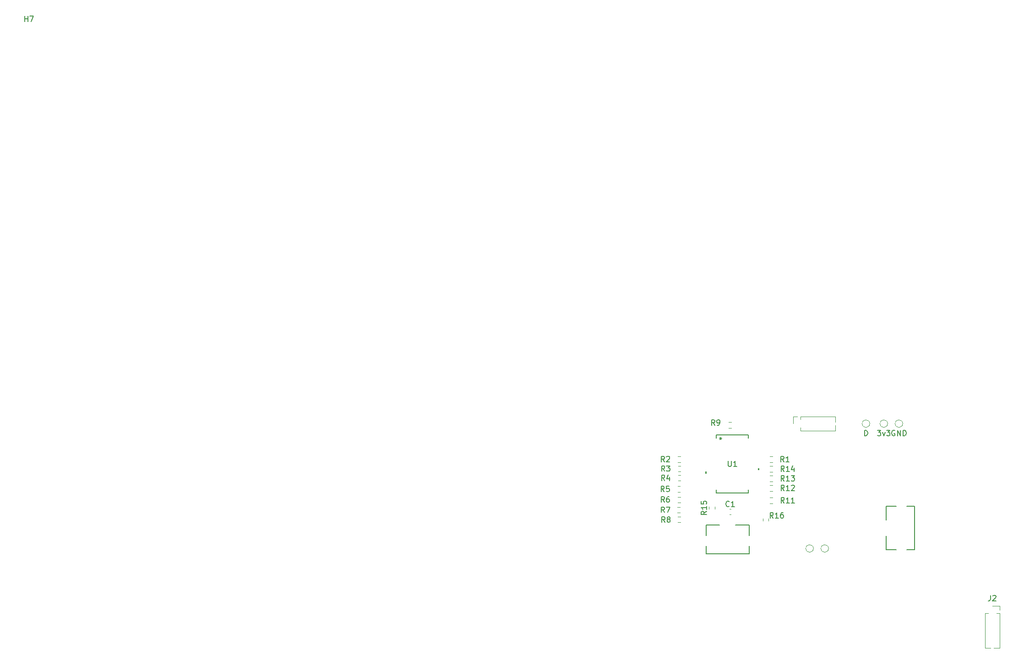
<source format=gbr>
%TF.GenerationSoftware,KiCad,Pcbnew,7.0.10*%
%TF.CreationDate,2024-02-20T20:24:08-05:00*%
%TF.ProjectId,GBoyGcPlus,47426f79-4763-4506-9c75-732e6b696361,rev?*%
%TF.SameCoordinates,Original*%
%TF.FileFunction,Legend,Top*%
%TF.FilePolarity,Positive*%
%FSLAX46Y46*%
G04 Gerber Fmt 4.6, Leading zero omitted, Abs format (unit mm)*
G04 Created by KiCad (PCBNEW 7.0.10) date 2024-02-20 20:24:08*
%MOMM*%
%LPD*%
G01*
G04 APERTURE LIST*
%ADD10C,0.150000*%
%ADD11C,0.152400*%
%ADD12C,0.120000*%
G04 APERTURE END LIST*
D10*
X1713095Y270180D02*
X1713095Y1270180D01*
X1713095Y793990D02*
X2284523Y793990D01*
X2284523Y270180D02*
X2284523Y1270180D01*
X2665476Y1270180D02*
X3332142Y1270180D01*
X3332142Y1270180D02*
X2903571Y270180D01*
X131948333Y-89429580D02*
X131900714Y-89477200D01*
X131900714Y-89477200D02*
X131757857Y-89524819D01*
X131757857Y-89524819D02*
X131662619Y-89524819D01*
X131662619Y-89524819D02*
X131519762Y-89477200D01*
X131519762Y-89477200D02*
X131424524Y-89381961D01*
X131424524Y-89381961D02*
X131376905Y-89286723D01*
X131376905Y-89286723D02*
X131329286Y-89096247D01*
X131329286Y-89096247D02*
X131329286Y-88953390D01*
X131329286Y-88953390D02*
X131376905Y-88762914D01*
X131376905Y-88762914D02*
X131424524Y-88667676D01*
X131424524Y-88667676D02*
X131519762Y-88572438D01*
X131519762Y-88572438D02*
X131662619Y-88524819D01*
X131662619Y-88524819D02*
X131757857Y-88524819D01*
X131757857Y-88524819D02*
X131900714Y-88572438D01*
X131900714Y-88572438D02*
X131948333Y-88620057D01*
X132900714Y-89524819D02*
X132329286Y-89524819D01*
X132615000Y-89524819D02*
X132615000Y-88524819D01*
X132615000Y-88524819D02*
X132519762Y-88667676D01*
X132519762Y-88667676D02*
X132424524Y-88762914D01*
X132424524Y-88762914D02*
X132329286Y-88810533D01*
X131754294Y-81089820D02*
X131754294Y-81899343D01*
X131754294Y-81899343D02*
X131801913Y-81994581D01*
X131801913Y-81994581D02*
X131849532Y-82042201D01*
X131849532Y-82042201D02*
X131944770Y-82089820D01*
X131944770Y-82089820D02*
X132135246Y-82089820D01*
X132135246Y-82089820D02*
X132230484Y-82042201D01*
X132230484Y-82042201D02*
X132278103Y-81994581D01*
X132278103Y-81994581D02*
X132325722Y-81899343D01*
X132325722Y-81899343D02*
X132325722Y-81089820D01*
X133325722Y-82089820D02*
X132754294Y-82089820D01*
X133040008Y-82089820D02*
X133040008Y-81089820D01*
X133040008Y-81089820D02*
X132944770Y-81232677D01*
X132944770Y-81232677D02*
X132849532Y-81327915D01*
X132849532Y-81327915D02*
X132754294Y-81375534D01*
X130340000Y-76714819D02*
X130340000Y-76952914D01*
X130101905Y-76857676D02*
X130340000Y-76952914D01*
X130340000Y-76952914D02*
X130578095Y-76857676D01*
X130197143Y-77143390D02*
X130340000Y-76952914D01*
X130340000Y-76952914D02*
X130482857Y-77143390D01*
X142073333Y-81226819D02*
X141740000Y-80750628D01*
X141501905Y-81226819D02*
X141501905Y-80226819D01*
X141501905Y-80226819D02*
X141882857Y-80226819D01*
X141882857Y-80226819D02*
X141978095Y-80274438D01*
X141978095Y-80274438D02*
X142025714Y-80322057D01*
X142025714Y-80322057D02*
X142073333Y-80417295D01*
X142073333Y-80417295D02*
X142073333Y-80560152D01*
X142073333Y-80560152D02*
X142025714Y-80655390D01*
X142025714Y-80655390D02*
X141978095Y-80703009D01*
X141978095Y-80703009D02*
X141882857Y-80750628D01*
X141882857Y-80750628D02*
X141501905Y-80750628D01*
X143025714Y-81226819D02*
X142454286Y-81226819D01*
X142740000Y-81226819D02*
X142740000Y-80226819D01*
X142740000Y-80226819D02*
X142644762Y-80369676D01*
X142644762Y-80369676D02*
X142549524Y-80464914D01*
X142549524Y-80464914D02*
X142454286Y-80512533D01*
X142105142Y-86560819D02*
X141771809Y-86084628D01*
X141533714Y-86560819D02*
X141533714Y-85560819D01*
X141533714Y-85560819D02*
X141914666Y-85560819D01*
X141914666Y-85560819D02*
X142009904Y-85608438D01*
X142009904Y-85608438D02*
X142057523Y-85656057D01*
X142057523Y-85656057D02*
X142105142Y-85751295D01*
X142105142Y-85751295D02*
X142105142Y-85894152D01*
X142105142Y-85894152D02*
X142057523Y-85989390D01*
X142057523Y-85989390D02*
X142009904Y-86037009D01*
X142009904Y-86037009D02*
X141914666Y-86084628D01*
X141914666Y-86084628D02*
X141533714Y-86084628D01*
X143057523Y-86560819D02*
X142486095Y-86560819D01*
X142771809Y-86560819D02*
X142771809Y-85560819D01*
X142771809Y-85560819D02*
X142676571Y-85703676D01*
X142676571Y-85703676D02*
X142581333Y-85798914D01*
X142581333Y-85798914D02*
X142486095Y-85846533D01*
X143438476Y-85656057D02*
X143486095Y-85608438D01*
X143486095Y-85608438D02*
X143581333Y-85560819D01*
X143581333Y-85560819D02*
X143819428Y-85560819D01*
X143819428Y-85560819D02*
X143914666Y-85608438D01*
X143914666Y-85608438D02*
X143962285Y-85656057D01*
X143962285Y-85656057D02*
X144009904Y-85751295D01*
X144009904Y-85751295D02*
X144009904Y-85846533D01*
X144009904Y-85846533D02*
X143962285Y-85989390D01*
X143962285Y-85989390D02*
X143390857Y-86560819D01*
X143390857Y-86560819D02*
X144009904Y-86560819D01*
X142105142Y-83004819D02*
X141771809Y-82528628D01*
X141533714Y-83004819D02*
X141533714Y-82004819D01*
X141533714Y-82004819D02*
X141914666Y-82004819D01*
X141914666Y-82004819D02*
X142009904Y-82052438D01*
X142009904Y-82052438D02*
X142057523Y-82100057D01*
X142057523Y-82100057D02*
X142105142Y-82195295D01*
X142105142Y-82195295D02*
X142105142Y-82338152D01*
X142105142Y-82338152D02*
X142057523Y-82433390D01*
X142057523Y-82433390D02*
X142009904Y-82481009D01*
X142009904Y-82481009D02*
X141914666Y-82528628D01*
X141914666Y-82528628D02*
X141533714Y-82528628D01*
X143057523Y-83004819D02*
X142486095Y-83004819D01*
X142771809Y-83004819D02*
X142771809Y-82004819D01*
X142771809Y-82004819D02*
X142676571Y-82147676D01*
X142676571Y-82147676D02*
X142581333Y-82242914D01*
X142581333Y-82242914D02*
X142486095Y-82290533D01*
X143914666Y-82338152D02*
X143914666Y-83004819D01*
X143676571Y-81957200D02*
X143438476Y-82671485D01*
X143438476Y-82671485D02*
X144057523Y-82671485D01*
X127764819Y-90412857D02*
X127288628Y-90746190D01*
X127764819Y-90984285D02*
X126764819Y-90984285D01*
X126764819Y-90984285D02*
X126764819Y-90603333D01*
X126764819Y-90603333D02*
X126812438Y-90508095D01*
X126812438Y-90508095D02*
X126860057Y-90460476D01*
X126860057Y-90460476D02*
X126955295Y-90412857D01*
X126955295Y-90412857D02*
X127098152Y-90412857D01*
X127098152Y-90412857D02*
X127193390Y-90460476D01*
X127193390Y-90460476D02*
X127241009Y-90508095D01*
X127241009Y-90508095D02*
X127288628Y-90603333D01*
X127288628Y-90603333D02*
X127288628Y-90984285D01*
X127764819Y-89460476D02*
X127764819Y-90031904D01*
X127764819Y-89746190D02*
X126764819Y-89746190D01*
X126764819Y-89746190D02*
X126907676Y-89841428D01*
X126907676Y-89841428D02*
X127002914Y-89936666D01*
X127002914Y-89936666D02*
X127050533Y-90031904D01*
X126764819Y-88555714D02*
X126764819Y-89031904D01*
X126764819Y-89031904D02*
X127241009Y-89079523D01*
X127241009Y-89079523D02*
X127193390Y-89031904D01*
X127193390Y-89031904D02*
X127145771Y-88936666D01*
X127145771Y-88936666D02*
X127145771Y-88698571D01*
X127145771Y-88698571D02*
X127193390Y-88603333D01*
X127193390Y-88603333D02*
X127241009Y-88555714D01*
X127241009Y-88555714D02*
X127336247Y-88508095D01*
X127336247Y-88508095D02*
X127574342Y-88508095D01*
X127574342Y-88508095D02*
X127669580Y-88555714D01*
X127669580Y-88555714D02*
X127717200Y-88603333D01*
X127717200Y-88603333D02*
X127764819Y-88698571D01*
X127764819Y-88698571D02*
X127764819Y-88936666D01*
X127764819Y-88936666D02*
X127717200Y-89031904D01*
X127717200Y-89031904D02*
X127669580Y-89079523D01*
X120071333Y-92418819D02*
X119738000Y-91942628D01*
X119499905Y-92418819D02*
X119499905Y-91418819D01*
X119499905Y-91418819D02*
X119880857Y-91418819D01*
X119880857Y-91418819D02*
X119976095Y-91466438D01*
X119976095Y-91466438D02*
X120023714Y-91514057D01*
X120023714Y-91514057D02*
X120071333Y-91609295D01*
X120071333Y-91609295D02*
X120071333Y-91752152D01*
X120071333Y-91752152D02*
X120023714Y-91847390D01*
X120023714Y-91847390D02*
X119976095Y-91895009D01*
X119976095Y-91895009D02*
X119880857Y-91942628D01*
X119880857Y-91942628D02*
X119499905Y-91942628D01*
X120642762Y-91847390D02*
X120547524Y-91799771D01*
X120547524Y-91799771D02*
X120499905Y-91752152D01*
X120499905Y-91752152D02*
X120452286Y-91656914D01*
X120452286Y-91656914D02*
X120452286Y-91609295D01*
X120452286Y-91609295D02*
X120499905Y-91514057D01*
X120499905Y-91514057D02*
X120547524Y-91466438D01*
X120547524Y-91466438D02*
X120642762Y-91418819D01*
X120642762Y-91418819D02*
X120833238Y-91418819D01*
X120833238Y-91418819D02*
X120928476Y-91466438D01*
X120928476Y-91466438D02*
X120976095Y-91514057D01*
X120976095Y-91514057D02*
X121023714Y-91609295D01*
X121023714Y-91609295D02*
X121023714Y-91656914D01*
X121023714Y-91656914D02*
X120976095Y-91752152D01*
X120976095Y-91752152D02*
X120928476Y-91799771D01*
X120928476Y-91799771D02*
X120833238Y-91847390D01*
X120833238Y-91847390D02*
X120642762Y-91847390D01*
X120642762Y-91847390D02*
X120547524Y-91895009D01*
X120547524Y-91895009D02*
X120499905Y-91942628D01*
X120499905Y-91942628D02*
X120452286Y-92037866D01*
X120452286Y-92037866D02*
X120452286Y-92228342D01*
X120452286Y-92228342D02*
X120499905Y-92323580D01*
X120499905Y-92323580D02*
X120547524Y-92371200D01*
X120547524Y-92371200D02*
X120642762Y-92418819D01*
X120642762Y-92418819D02*
X120833238Y-92418819D01*
X120833238Y-92418819D02*
X120928476Y-92371200D01*
X120928476Y-92371200D02*
X120976095Y-92323580D01*
X120976095Y-92323580D02*
X121023714Y-92228342D01*
X121023714Y-92228342D02*
X121023714Y-92037866D01*
X121023714Y-92037866D02*
X120976095Y-91942628D01*
X120976095Y-91942628D02*
X120928476Y-91895009D01*
X120928476Y-91895009D02*
X120833238Y-91847390D01*
X129263333Y-74464819D02*
X128930000Y-73988628D01*
X128691905Y-74464819D02*
X128691905Y-73464819D01*
X128691905Y-73464819D02*
X129072857Y-73464819D01*
X129072857Y-73464819D02*
X129168095Y-73512438D01*
X129168095Y-73512438D02*
X129215714Y-73560057D01*
X129215714Y-73560057D02*
X129263333Y-73655295D01*
X129263333Y-73655295D02*
X129263333Y-73798152D01*
X129263333Y-73798152D02*
X129215714Y-73893390D01*
X129215714Y-73893390D02*
X129168095Y-73941009D01*
X129168095Y-73941009D02*
X129072857Y-73988628D01*
X129072857Y-73988628D02*
X128691905Y-73988628D01*
X129739524Y-74464819D02*
X129930000Y-74464819D01*
X129930000Y-74464819D02*
X130025238Y-74417200D01*
X130025238Y-74417200D02*
X130072857Y-74369580D01*
X130072857Y-74369580D02*
X130168095Y-74226723D01*
X130168095Y-74226723D02*
X130215714Y-74036247D01*
X130215714Y-74036247D02*
X130215714Y-73655295D01*
X130215714Y-73655295D02*
X130168095Y-73560057D01*
X130168095Y-73560057D02*
X130120476Y-73512438D01*
X130120476Y-73512438D02*
X130025238Y-73464819D01*
X130025238Y-73464819D02*
X129834762Y-73464819D01*
X129834762Y-73464819D02*
X129739524Y-73512438D01*
X129739524Y-73512438D02*
X129691905Y-73560057D01*
X129691905Y-73560057D02*
X129644286Y-73655295D01*
X129644286Y-73655295D02*
X129644286Y-73893390D01*
X129644286Y-73893390D02*
X129691905Y-73988628D01*
X129691905Y-73988628D02*
X129739524Y-74036247D01*
X129739524Y-74036247D02*
X129834762Y-74083866D01*
X129834762Y-74083866D02*
X130025238Y-74083866D01*
X130025238Y-74083866D02*
X130120476Y-74036247D01*
X130120476Y-74036247D02*
X130168095Y-73988628D01*
X130168095Y-73988628D02*
X130215714Y-73893390D01*
X120018333Y-84684819D02*
X119685000Y-84208628D01*
X119446905Y-84684819D02*
X119446905Y-83684819D01*
X119446905Y-83684819D02*
X119827857Y-83684819D01*
X119827857Y-83684819D02*
X119923095Y-83732438D01*
X119923095Y-83732438D02*
X119970714Y-83780057D01*
X119970714Y-83780057D02*
X120018333Y-83875295D01*
X120018333Y-83875295D02*
X120018333Y-84018152D01*
X120018333Y-84018152D02*
X119970714Y-84113390D01*
X119970714Y-84113390D02*
X119923095Y-84161009D01*
X119923095Y-84161009D02*
X119827857Y-84208628D01*
X119827857Y-84208628D02*
X119446905Y-84208628D01*
X120875476Y-84018152D02*
X120875476Y-84684819D01*
X120637381Y-83637200D02*
X120399286Y-84351485D01*
X120399286Y-84351485D02*
X121018333Y-84351485D01*
X120018333Y-82974819D02*
X119685000Y-82498628D01*
X119446905Y-82974819D02*
X119446905Y-81974819D01*
X119446905Y-81974819D02*
X119827857Y-81974819D01*
X119827857Y-81974819D02*
X119923095Y-82022438D01*
X119923095Y-82022438D02*
X119970714Y-82070057D01*
X119970714Y-82070057D02*
X120018333Y-82165295D01*
X120018333Y-82165295D02*
X120018333Y-82308152D01*
X120018333Y-82308152D02*
X119970714Y-82403390D01*
X119970714Y-82403390D02*
X119923095Y-82451009D01*
X119923095Y-82451009D02*
X119827857Y-82498628D01*
X119827857Y-82498628D02*
X119446905Y-82498628D01*
X120351667Y-81974819D02*
X120970714Y-81974819D01*
X120970714Y-81974819D02*
X120637381Y-82355771D01*
X120637381Y-82355771D02*
X120780238Y-82355771D01*
X120780238Y-82355771D02*
X120875476Y-82403390D01*
X120875476Y-82403390D02*
X120923095Y-82451009D01*
X120923095Y-82451009D02*
X120970714Y-82546247D01*
X120970714Y-82546247D02*
X120970714Y-82784342D01*
X120970714Y-82784342D02*
X120923095Y-82879580D01*
X120923095Y-82879580D02*
X120875476Y-82927200D01*
X120875476Y-82927200D02*
X120780238Y-82974819D01*
X120780238Y-82974819D02*
X120494524Y-82974819D01*
X120494524Y-82974819D02*
X120399286Y-82927200D01*
X120399286Y-82927200D02*
X120351667Y-82879580D01*
X119950333Y-88704819D02*
X119617000Y-88228628D01*
X119378905Y-88704819D02*
X119378905Y-87704819D01*
X119378905Y-87704819D02*
X119759857Y-87704819D01*
X119759857Y-87704819D02*
X119855095Y-87752438D01*
X119855095Y-87752438D02*
X119902714Y-87800057D01*
X119902714Y-87800057D02*
X119950333Y-87895295D01*
X119950333Y-87895295D02*
X119950333Y-88038152D01*
X119950333Y-88038152D02*
X119902714Y-88133390D01*
X119902714Y-88133390D02*
X119855095Y-88181009D01*
X119855095Y-88181009D02*
X119759857Y-88228628D01*
X119759857Y-88228628D02*
X119378905Y-88228628D01*
X120807476Y-87704819D02*
X120617000Y-87704819D01*
X120617000Y-87704819D02*
X120521762Y-87752438D01*
X120521762Y-87752438D02*
X120474143Y-87800057D01*
X120474143Y-87800057D02*
X120378905Y-87942914D01*
X120378905Y-87942914D02*
X120331286Y-88133390D01*
X120331286Y-88133390D02*
X120331286Y-88514342D01*
X120331286Y-88514342D02*
X120378905Y-88609580D01*
X120378905Y-88609580D02*
X120426524Y-88657200D01*
X120426524Y-88657200D02*
X120521762Y-88704819D01*
X120521762Y-88704819D02*
X120712238Y-88704819D01*
X120712238Y-88704819D02*
X120807476Y-88657200D01*
X120807476Y-88657200D02*
X120855095Y-88609580D01*
X120855095Y-88609580D02*
X120902714Y-88514342D01*
X120902714Y-88514342D02*
X120902714Y-88276247D01*
X120902714Y-88276247D02*
X120855095Y-88181009D01*
X120855095Y-88181009D02*
X120807476Y-88133390D01*
X120807476Y-88133390D02*
X120712238Y-88085771D01*
X120712238Y-88085771D02*
X120521762Y-88085771D01*
X120521762Y-88085771D02*
X120426524Y-88133390D01*
X120426524Y-88133390D02*
X120378905Y-88181009D01*
X120378905Y-88181009D02*
X120331286Y-88276247D01*
X162560095Y-75448438D02*
X162464857Y-75400819D01*
X162464857Y-75400819D02*
X162322000Y-75400819D01*
X162322000Y-75400819D02*
X162179143Y-75448438D01*
X162179143Y-75448438D02*
X162083905Y-75543676D01*
X162083905Y-75543676D02*
X162036286Y-75638914D01*
X162036286Y-75638914D02*
X161988667Y-75829390D01*
X161988667Y-75829390D02*
X161988667Y-75972247D01*
X161988667Y-75972247D02*
X162036286Y-76162723D01*
X162036286Y-76162723D02*
X162083905Y-76257961D01*
X162083905Y-76257961D02*
X162179143Y-76353200D01*
X162179143Y-76353200D02*
X162322000Y-76400819D01*
X162322000Y-76400819D02*
X162417238Y-76400819D01*
X162417238Y-76400819D02*
X162560095Y-76353200D01*
X162560095Y-76353200D02*
X162607714Y-76305580D01*
X162607714Y-76305580D02*
X162607714Y-75972247D01*
X162607714Y-75972247D02*
X162417238Y-75972247D01*
X163036286Y-76400819D02*
X163036286Y-75400819D01*
X163036286Y-75400819D02*
X163607714Y-76400819D01*
X163607714Y-76400819D02*
X163607714Y-75400819D01*
X164083905Y-76400819D02*
X164083905Y-75400819D01*
X164083905Y-75400819D02*
X164322000Y-75400819D01*
X164322000Y-75400819D02*
X164464857Y-75448438D01*
X164464857Y-75448438D02*
X164560095Y-75543676D01*
X164560095Y-75543676D02*
X164607714Y-75638914D01*
X164607714Y-75638914D02*
X164655333Y-75829390D01*
X164655333Y-75829390D02*
X164655333Y-75972247D01*
X164655333Y-75972247D02*
X164607714Y-76162723D01*
X164607714Y-76162723D02*
X164560095Y-76257961D01*
X164560095Y-76257961D02*
X164464857Y-76353200D01*
X164464857Y-76353200D02*
X164322000Y-76400819D01*
X164322000Y-76400819D02*
X164083905Y-76400819D01*
X140073142Y-91640819D02*
X139739809Y-91164628D01*
X139501714Y-91640819D02*
X139501714Y-90640819D01*
X139501714Y-90640819D02*
X139882666Y-90640819D01*
X139882666Y-90640819D02*
X139977904Y-90688438D01*
X139977904Y-90688438D02*
X140025523Y-90736057D01*
X140025523Y-90736057D02*
X140073142Y-90831295D01*
X140073142Y-90831295D02*
X140073142Y-90974152D01*
X140073142Y-90974152D02*
X140025523Y-91069390D01*
X140025523Y-91069390D02*
X139977904Y-91117009D01*
X139977904Y-91117009D02*
X139882666Y-91164628D01*
X139882666Y-91164628D02*
X139501714Y-91164628D01*
X141025523Y-91640819D02*
X140454095Y-91640819D01*
X140739809Y-91640819D02*
X140739809Y-90640819D01*
X140739809Y-90640819D02*
X140644571Y-90783676D01*
X140644571Y-90783676D02*
X140549333Y-90878914D01*
X140549333Y-90878914D02*
X140454095Y-90926533D01*
X141882666Y-90640819D02*
X141692190Y-90640819D01*
X141692190Y-90640819D02*
X141596952Y-90688438D01*
X141596952Y-90688438D02*
X141549333Y-90736057D01*
X141549333Y-90736057D02*
X141454095Y-90878914D01*
X141454095Y-90878914D02*
X141406476Y-91069390D01*
X141406476Y-91069390D02*
X141406476Y-91450342D01*
X141406476Y-91450342D02*
X141454095Y-91545580D01*
X141454095Y-91545580D02*
X141501714Y-91593200D01*
X141501714Y-91593200D02*
X141596952Y-91640819D01*
X141596952Y-91640819D02*
X141787428Y-91640819D01*
X141787428Y-91640819D02*
X141882666Y-91593200D01*
X141882666Y-91593200D02*
X141930285Y-91545580D01*
X141930285Y-91545580D02*
X141977904Y-91450342D01*
X141977904Y-91450342D02*
X141977904Y-91212247D01*
X141977904Y-91212247D02*
X141930285Y-91117009D01*
X141930285Y-91117009D02*
X141882666Y-91069390D01*
X141882666Y-91069390D02*
X141787428Y-91021771D01*
X141787428Y-91021771D02*
X141596952Y-91021771D01*
X141596952Y-91021771D02*
X141501714Y-91069390D01*
X141501714Y-91069390D02*
X141454095Y-91117009D01*
X141454095Y-91117009D02*
X141406476Y-91212247D01*
X119960333Y-90600819D02*
X119627000Y-90124628D01*
X119388905Y-90600819D02*
X119388905Y-89600819D01*
X119388905Y-89600819D02*
X119769857Y-89600819D01*
X119769857Y-89600819D02*
X119865095Y-89648438D01*
X119865095Y-89648438D02*
X119912714Y-89696057D01*
X119912714Y-89696057D02*
X119960333Y-89791295D01*
X119960333Y-89791295D02*
X119960333Y-89934152D01*
X119960333Y-89934152D02*
X119912714Y-90029390D01*
X119912714Y-90029390D02*
X119865095Y-90077009D01*
X119865095Y-90077009D02*
X119769857Y-90124628D01*
X119769857Y-90124628D02*
X119388905Y-90124628D01*
X120293667Y-89600819D02*
X120960333Y-89600819D01*
X120960333Y-89600819D02*
X120531762Y-90600819D01*
X142105142Y-84782819D02*
X141771809Y-84306628D01*
X141533714Y-84782819D02*
X141533714Y-83782819D01*
X141533714Y-83782819D02*
X141914666Y-83782819D01*
X141914666Y-83782819D02*
X142009904Y-83830438D01*
X142009904Y-83830438D02*
X142057523Y-83878057D01*
X142057523Y-83878057D02*
X142105142Y-83973295D01*
X142105142Y-83973295D02*
X142105142Y-84116152D01*
X142105142Y-84116152D02*
X142057523Y-84211390D01*
X142057523Y-84211390D02*
X142009904Y-84259009D01*
X142009904Y-84259009D02*
X141914666Y-84306628D01*
X141914666Y-84306628D02*
X141533714Y-84306628D01*
X143057523Y-84782819D02*
X142486095Y-84782819D01*
X142771809Y-84782819D02*
X142771809Y-83782819D01*
X142771809Y-83782819D02*
X142676571Y-83925676D01*
X142676571Y-83925676D02*
X142581333Y-84020914D01*
X142581333Y-84020914D02*
X142486095Y-84068533D01*
X143390857Y-83782819D02*
X144009904Y-83782819D01*
X144009904Y-83782819D02*
X143676571Y-84163771D01*
X143676571Y-84163771D02*
X143819428Y-84163771D01*
X143819428Y-84163771D02*
X143914666Y-84211390D01*
X143914666Y-84211390D02*
X143962285Y-84259009D01*
X143962285Y-84259009D02*
X144009904Y-84354247D01*
X144009904Y-84354247D02*
X144009904Y-84592342D01*
X144009904Y-84592342D02*
X143962285Y-84687580D01*
X143962285Y-84687580D02*
X143914666Y-84735200D01*
X143914666Y-84735200D02*
X143819428Y-84782819D01*
X143819428Y-84782819D02*
X143533714Y-84782819D01*
X143533714Y-84782819D02*
X143438476Y-84735200D01*
X143438476Y-84735200D02*
X143390857Y-84687580D01*
X159337524Y-75400819D02*
X159956571Y-75400819D01*
X159956571Y-75400819D02*
X159623238Y-75781771D01*
X159623238Y-75781771D02*
X159766095Y-75781771D01*
X159766095Y-75781771D02*
X159861333Y-75829390D01*
X159861333Y-75829390D02*
X159908952Y-75877009D01*
X159908952Y-75877009D02*
X159956571Y-75972247D01*
X159956571Y-75972247D02*
X159956571Y-76210342D01*
X159956571Y-76210342D02*
X159908952Y-76305580D01*
X159908952Y-76305580D02*
X159861333Y-76353200D01*
X159861333Y-76353200D02*
X159766095Y-76400819D01*
X159766095Y-76400819D02*
X159480381Y-76400819D01*
X159480381Y-76400819D02*
X159385143Y-76353200D01*
X159385143Y-76353200D02*
X159337524Y-76305580D01*
X160289905Y-75734152D02*
X160528000Y-76400819D01*
X160528000Y-76400819D02*
X160766095Y-75734152D01*
X161051810Y-75400819D02*
X161670857Y-75400819D01*
X161670857Y-75400819D02*
X161337524Y-75781771D01*
X161337524Y-75781771D02*
X161480381Y-75781771D01*
X161480381Y-75781771D02*
X161575619Y-75829390D01*
X161575619Y-75829390D02*
X161623238Y-75877009D01*
X161623238Y-75877009D02*
X161670857Y-75972247D01*
X161670857Y-75972247D02*
X161670857Y-76210342D01*
X161670857Y-76210342D02*
X161623238Y-76305580D01*
X161623238Y-76305580D02*
X161575619Y-76353200D01*
X161575619Y-76353200D02*
X161480381Y-76400819D01*
X161480381Y-76400819D02*
X161194667Y-76400819D01*
X161194667Y-76400819D02*
X161099429Y-76353200D01*
X161099429Y-76353200D02*
X161051810Y-76305580D01*
X142105142Y-88846819D02*
X141771809Y-88370628D01*
X141533714Y-88846819D02*
X141533714Y-87846819D01*
X141533714Y-87846819D02*
X141914666Y-87846819D01*
X141914666Y-87846819D02*
X142009904Y-87894438D01*
X142009904Y-87894438D02*
X142057523Y-87942057D01*
X142057523Y-87942057D02*
X142105142Y-88037295D01*
X142105142Y-88037295D02*
X142105142Y-88180152D01*
X142105142Y-88180152D02*
X142057523Y-88275390D01*
X142057523Y-88275390D02*
X142009904Y-88323009D01*
X142009904Y-88323009D02*
X141914666Y-88370628D01*
X141914666Y-88370628D02*
X141533714Y-88370628D01*
X143057523Y-88846819D02*
X142486095Y-88846819D01*
X142771809Y-88846819D02*
X142771809Y-87846819D01*
X142771809Y-87846819D02*
X142676571Y-87989676D01*
X142676571Y-87989676D02*
X142581333Y-88084914D01*
X142581333Y-88084914D02*
X142486095Y-88132533D01*
X144009904Y-88846819D02*
X143438476Y-88846819D01*
X143724190Y-88846819D02*
X143724190Y-87846819D01*
X143724190Y-87846819D02*
X143628952Y-87989676D01*
X143628952Y-87989676D02*
X143533714Y-88084914D01*
X143533714Y-88084914D02*
X143438476Y-88132533D01*
X119928333Y-86744819D02*
X119595000Y-86268628D01*
X119356905Y-86744819D02*
X119356905Y-85744819D01*
X119356905Y-85744819D02*
X119737857Y-85744819D01*
X119737857Y-85744819D02*
X119833095Y-85792438D01*
X119833095Y-85792438D02*
X119880714Y-85840057D01*
X119880714Y-85840057D02*
X119928333Y-85935295D01*
X119928333Y-85935295D02*
X119928333Y-86078152D01*
X119928333Y-86078152D02*
X119880714Y-86173390D01*
X119880714Y-86173390D02*
X119833095Y-86221009D01*
X119833095Y-86221009D02*
X119737857Y-86268628D01*
X119737857Y-86268628D02*
X119356905Y-86268628D01*
X120833095Y-85744819D02*
X120356905Y-85744819D01*
X120356905Y-85744819D02*
X120309286Y-86221009D01*
X120309286Y-86221009D02*
X120356905Y-86173390D01*
X120356905Y-86173390D02*
X120452143Y-86125771D01*
X120452143Y-86125771D02*
X120690238Y-86125771D01*
X120690238Y-86125771D02*
X120785476Y-86173390D01*
X120785476Y-86173390D02*
X120833095Y-86221009D01*
X120833095Y-86221009D02*
X120880714Y-86316247D01*
X120880714Y-86316247D02*
X120880714Y-86554342D01*
X120880714Y-86554342D02*
X120833095Y-86649580D01*
X120833095Y-86649580D02*
X120785476Y-86697200D01*
X120785476Y-86697200D02*
X120690238Y-86744819D01*
X120690238Y-86744819D02*
X120452143Y-86744819D01*
X120452143Y-86744819D02*
X120356905Y-86697200D01*
X120356905Y-86697200D02*
X120309286Y-86649580D01*
X180256666Y-105959819D02*
X180256666Y-106674104D01*
X180256666Y-106674104D02*
X180209047Y-106816961D01*
X180209047Y-106816961D02*
X180113809Y-106912200D01*
X180113809Y-106912200D02*
X179970952Y-106959819D01*
X179970952Y-106959819D02*
X179875714Y-106959819D01*
X180685238Y-106055057D02*
X180732857Y-106007438D01*
X180732857Y-106007438D02*
X180828095Y-105959819D01*
X180828095Y-105959819D02*
X181066190Y-105959819D01*
X181066190Y-105959819D02*
X181161428Y-106007438D01*
X181161428Y-106007438D02*
X181209047Y-106055057D01*
X181209047Y-106055057D02*
X181256666Y-106150295D01*
X181256666Y-106150295D02*
X181256666Y-106245533D01*
X181256666Y-106245533D02*
X181209047Y-106388390D01*
X181209047Y-106388390D02*
X180637619Y-106959819D01*
X180637619Y-106959819D02*
X181256666Y-106959819D01*
X156964095Y-76400819D02*
X156964095Y-75400819D01*
X156964095Y-75400819D02*
X157202190Y-75400819D01*
X157202190Y-75400819D02*
X157345047Y-75448438D01*
X157345047Y-75448438D02*
X157440285Y-75543676D01*
X157440285Y-75543676D02*
X157487904Y-75638914D01*
X157487904Y-75638914D02*
X157535523Y-75829390D01*
X157535523Y-75829390D02*
X157535523Y-75972247D01*
X157535523Y-75972247D02*
X157487904Y-76162723D01*
X157487904Y-76162723D02*
X157440285Y-76257961D01*
X157440285Y-76257961D02*
X157345047Y-76353200D01*
X157345047Y-76353200D02*
X157202190Y-76400819D01*
X157202190Y-76400819D02*
X156964095Y-76400819D01*
X119975333Y-81226819D02*
X119642000Y-80750628D01*
X119403905Y-81226819D02*
X119403905Y-80226819D01*
X119403905Y-80226819D02*
X119784857Y-80226819D01*
X119784857Y-80226819D02*
X119880095Y-80274438D01*
X119880095Y-80274438D02*
X119927714Y-80322057D01*
X119927714Y-80322057D02*
X119975333Y-80417295D01*
X119975333Y-80417295D02*
X119975333Y-80560152D01*
X119975333Y-80560152D02*
X119927714Y-80655390D01*
X119927714Y-80655390D02*
X119880095Y-80703009D01*
X119880095Y-80703009D02*
X119784857Y-80750628D01*
X119784857Y-80750628D02*
X119403905Y-80750628D01*
X120356286Y-80322057D02*
X120403905Y-80274438D01*
X120403905Y-80274438D02*
X120499143Y-80226819D01*
X120499143Y-80226819D02*
X120737238Y-80226819D01*
X120737238Y-80226819D02*
X120832476Y-80274438D01*
X120832476Y-80274438D02*
X120880095Y-80322057D01*
X120880095Y-80322057D02*
X120927714Y-80417295D01*
X120927714Y-80417295D02*
X120927714Y-80512533D01*
X120927714Y-80512533D02*
X120880095Y-80655390D01*
X120880095Y-80655390D02*
X120308667Y-81226819D01*
X120308667Y-81226819D02*
X120927714Y-81226819D01*
D11*
%TO.C,J3*%
X160926000Y-97471992D02*
X162855960Y-97471992D01*
X164796039Y-97471992D02*
X166226000Y-97471992D01*
X166226000Y-97471992D02*
X166226000Y-89472008D01*
X160926000Y-94942041D02*
X160926000Y-97471992D01*
X160926000Y-89472008D02*
X160926000Y-92001959D01*
X162855960Y-89472008D02*
X160926000Y-89472008D01*
X166226000Y-89472008D02*
X164796039Y-89472008D01*
%TO.C,J4*%
X127650010Y-92930001D02*
X127650010Y-94859961D01*
X127650010Y-96800040D02*
X127650010Y-98230001D01*
X127650010Y-98230001D02*
X135649994Y-98230001D01*
X130179961Y-92930001D02*
X127650010Y-92930001D01*
X135649994Y-92930001D02*
X133120043Y-92930001D01*
X135649994Y-94859961D02*
X135649994Y-92930001D01*
X135649994Y-98230001D02*
X135649994Y-96800040D01*
D12*
%TO.C,C1*%
X131974420Y-89990000D02*
X132255580Y-89990000D01*
X131974420Y-91010000D02*
X132255580Y-91010000D01*
%TO.C,U1*%
G36*
X137479801Y-82800500D02*
G01*
X137225801Y-82800500D01*
X137225801Y-82419500D01*
X137479801Y-82419500D01*
X137479801Y-82800500D01*
G37*
G36*
X127806597Y-83450499D02*
G01*
X127552597Y-83450499D01*
X127552597Y-83069499D01*
X127806597Y-83069499D01*
X127806597Y-83450499D01*
G37*
D11*
X135443198Y-87012001D02*
X135443198Y-86408641D01*
X135443198Y-76861361D02*
X135443198Y-76258001D01*
X135443198Y-76258001D02*
X129589200Y-76258001D01*
X129589200Y-87012001D02*
X135443198Y-87012001D01*
X129589200Y-86408639D02*
X129589200Y-87012001D01*
X129589200Y-76258001D02*
X129589200Y-76861361D01*
D12*
%TO.C,R1*%
X139462742Y-80249500D02*
X139937258Y-80249500D01*
X139462742Y-81294500D02*
X139937258Y-81294500D01*
%TO.C,R12*%
X139462742Y-85583500D02*
X139937258Y-85583500D01*
X139462742Y-86628500D02*
X139937258Y-86628500D01*
%TO.C,R14*%
X139462742Y-82027500D02*
X139937258Y-82027500D01*
X139462742Y-83072500D02*
X139937258Y-83072500D01*
%TO.C,R15*%
X128217500Y-90007258D02*
X128217500Y-89532742D01*
X129262500Y-90007258D02*
X129262500Y-89532742D01*
%TO.C,R8*%
X122444742Y-91407500D02*
X122919258Y-91407500D01*
X122444742Y-92452500D02*
X122919258Y-92452500D01*
%TO.C,TP4*%
X147512000Y-97282000D02*
G75*
G03*
X146112000Y-97282000I-700000J0D01*
G01*
X146112000Y-97282000D02*
G75*
G03*
X147512000Y-97282000I700000J0D01*
G01*
%TO.C,R9*%
X132317258Y-74944500D02*
X131842742Y-74944500D01*
X132317258Y-73899500D02*
X131842742Y-73899500D01*
%TO.C,J1*%
X145161000Y-75498000D02*
X151571000Y-75498000D01*
X145161000Y-75498000D02*
X145161000Y-74928000D01*
X151571000Y-75498000D02*
X151571000Y-74475530D01*
X143766000Y-74168000D02*
X143766000Y-72838000D01*
X151571000Y-73860470D02*
X151571000Y-72838000D01*
X145161000Y-73408000D02*
X145161000Y-72838000D01*
X143766000Y-72838000D02*
X144526000Y-72838000D01*
X145161000Y-72838000D02*
X151571000Y-72838000D01*
%TO.C,R4*%
X122487742Y-83707500D02*
X122962258Y-83707500D01*
X122487742Y-84752500D02*
X122962258Y-84752500D01*
%TO.C,R3*%
X122487742Y-81997500D02*
X122962258Y-81997500D01*
X122487742Y-83042500D02*
X122962258Y-83042500D01*
%TO.C,R6*%
X122427742Y-87777500D02*
X122902258Y-87777500D01*
X122427742Y-88822500D02*
X122902258Y-88822500D01*
%TO.C,GND*%
X164022000Y-74168000D02*
G75*
G03*
X162622000Y-74168000I-700000J0D01*
G01*
X162622000Y-74168000D02*
G75*
G03*
X164022000Y-74168000I700000J0D01*
G01*
%TO.C,R16*%
X138161500Y-92185258D02*
X138161500Y-91710742D01*
X139206500Y-92185258D02*
X139206500Y-91710742D01*
%TO.C,R7*%
X122382742Y-89627500D02*
X122857258Y-89627500D01*
X122382742Y-90672500D02*
X122857258Y-90672500D01*
%TO.C,R13*%
X139462742Y-83805500D02*
X139937258Y-83805500D01*
X139462742Y-84850500D02*
X139937258Y-84850500D01*
%TO.C,3v3*%
X161228000Y-74168000D02*
G75*
G03*
X159828000Y-74168000I-700000J0D01*
G01*
X159828000Y-74168000D02*
G75*
G03*
X161228000Y-74168000I700000J0D01*
G01*
%TO.C,R11*%
X139462742Y-87869500D02*
X139937258Y-87869500D01*
X139462742Y-88914500D02*
X139937258Y-88914500D01*
%TO.C,R5*%
X122397742Y-85767500D02*
X122872258Y-85767500D01*
X122397742Y-86812500D02*
X122872258Y-86812500D01*
%TO.C,J2*%
X179260000Y-109275000D02*
X179260000Y-115685000D01*
X179260000Y-109275000D02*
X179830000Y-109275000D01*
X179260000Y-115685000D02*
X180282470Y-115685000D01*
X180590000Y-107880000D02*
X181920000Y-107880000D01*
X180897530Y-115685000D02*
X181920000Y-115685000D01*
X181350000Y-109275000D02*
X181920000Y-109275000D01*
X181920000Y-107880000D02*
X181920000Y-108640000D01*
X181920000Y-109275000D02*
X181920000Y-115685000D01*
%TO.C,D*%
X157926000Y-74168000D02*
G75*
G03*
X156526000Y-74168000I-700000J0D01*
G01*
X156526000Y-74168000D02*
G75*
G03*
X157926000Y-74168000I700000J0D01*
G01*
%TO.C,TP5*%
X150306000Y-97282000D02*
G75*
G03*
X148906000Y-97282000I-700000J0D01*
G01*
X148906000Y-97282000D02*
G75*
G03*
X150306000Y-97282000I700000J0D01*
G01*
%TO.C,R2*%
X122444742Y-80249500D02*
X122919258Y-80249500D01*
X122444742Y-81294500D02*
X122919258Y-81294500D01*
%TD*%
M02*

</source>
